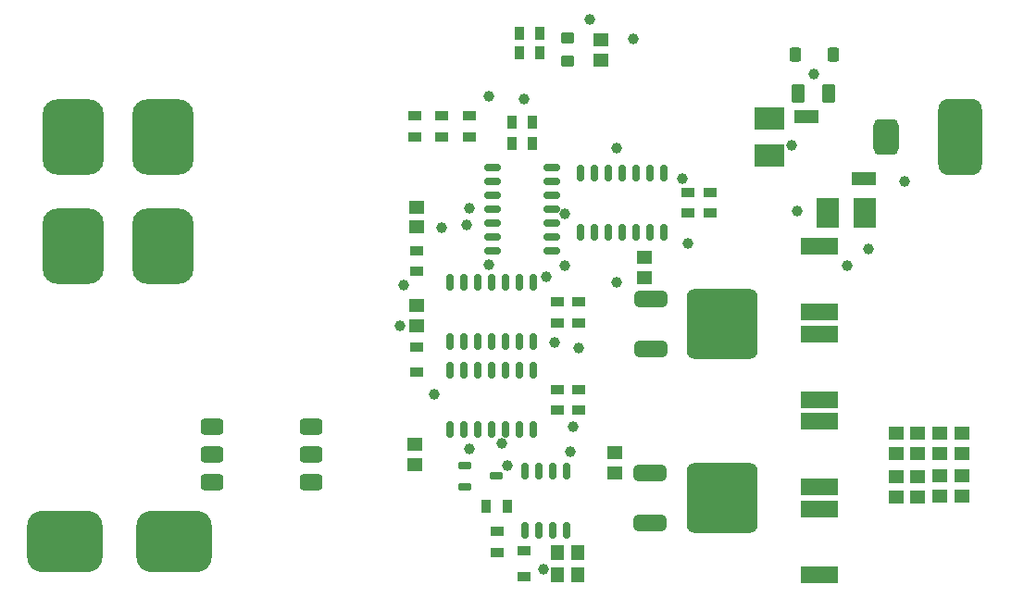
<source format=gtp>
G04*
G04 #@! TF.GenerationSoftware,Altium Limited,Altium Designer,22.11.1 (43)*
G04*
G04 Layer_Color=8421504*
%FSLAX44Y44*%
%MOMM*%
G71*
G04*
G04 #@! TF.SameCoordinates,71FBA96F-98A1-49F9-A78B-1FB66A7A07A6*
G04*
G04*
G04 #@! TF.FilePolarity,Positive*
G04*
G01*
G75*
G04:AMPARAMS|DCode=16|XSize=1.5mm|YSize=3mm|CornerRadius=0.375mm|HoleSize=0mm|Usage=FLASHONLY|Rotation=90.000|XOffset=0mm|YOffset=0mm|HoleType=Round|Shape=RoundedRectangle|*
%AMROUNDEDRECTD16*
21,1,1.5000,2.2500,0,0,90.0*
21,1,0.7500,3.0000,0,0,90.0*
1,1,0.7500,1.1250,0.3750*
1,1,0.7500,1.1250,-0.3750*
1,1,0.7500,-1.1250,-0.3750*
1,1,0.7500,-1.1250,0.3750*
%
%ADD16ROUNDEDRECTD16*%
G04:AMPARAMS|DCode=17|XSize=6.5mm|YSize=6.5mm|CornerRadius=0.8125mm|HoleSize=0mm|Usage=FLASHONLY|Rotation=0.000|XOffset=0mm|YOffset=0mm|HoleType=Round|Shape=RoundedRectangle|*
%AMROUNDEDRECTD17*
21,1,6.5000,4.8750,0,0,0.0*
21,1,4.8750,6.5000,0,0,0.0*
1,1,1.6250,2.4375,-2.4375*
1,1,1.6250,-2.4375,-2.4375*
1,1,1.6250,-2.4375,2.4375*
1,1,1.6250,2.4375,2.4375*
%
%ADD17ROUNDEDRECTD17*%
%ADD18R,1.3500X1.1500*%
%ADD19C,1.0000*%
%ADD20R,3.5000X1.5000*%
%ADD21R,0.9000X1.3000*%
G04:AMPARAMS|DCode=22|XSize=0.6mm|YSize=1.45mm|CornerRadius=0.15mm|HoleSize=0mm|Usage=FLASHONLY|Rotation=0.000|XOffset=0mm|YOffset=0mm|HoleType=Round|Shape=RoundedRectangle|*
%AMROUNDEDRECTD22*
21,1,0.6000,1.1500,0,0,0.0*
21,1,0.3000,1.4500,0,0,0.0*
1,1,0.3000,0.1500,-0.5750*
1,1,0.3000,-0.1500,-0.5750*
1,1,0.3000,-0.1500,0.5750*
1,1,0.3000,0.1500,0.5750*
%
%ADD22ROUNDEDRECTD22*%
%ADD23R,1.3000X0.9000*%
G04:AMPARAMS|DCode=24|XSize=0.65mm|YSize=1.25mm|CornerRadius=0.1625mm|HoleSize=0mm|Usage=FLASHONLY|Rotation=90.000|XOffset=0mm|YOffset=0mm|HoleType=Round|Shape=RoundedRectangle|*
%AMROUNDEDRECTD24*
21,1,0.6500,0.9250,0,0,90.0*
21,1,0.3250,1.2500,0,0,90.0*
1,1,0.3250,0.4625,0.1625*
1,1,0.3250,0.4625,-0.1625*
1,1,0.3250,-0.4625,-0.1625*
1,1,0.3250,-0.4625,0.1625*
%
%ADD24ROUNDEDRECTD24*%
G04:AMPARAMS|DCode=25|XSize=0.6mm|YSize=1.55mm|CornerRadius=0.15mm|HoleSize=0mm|Usage=FLASHONLY|Rotation=0.000|XOffset=0mm|YOffset=0mm|HoleType=Round|Shape=RoundedRectangle|*
%AMROUNDEDRECTD25*
21,1,0.6000,1.2500,0,0,0.0*
21,1,0.3000,1.5500,0,0,0.0*
1,1,0.3000,0.1500,-0.6250*
1,1,0.3000,-0.1500,-0.6250*
1,1,0.3000,-0.1500,0.6250*
1,1,0.3000,0.1500,0.6250*
%
%ADD25ROUNDEDRECTD25*%
G04:AMPARAMS|DCode=26|XSize=1.5mm|YSize=2.1mm|CornerRadius=0.375mm|HoleSize=0mm|Usage=FLASHONLY|Rotation=90.000|XOffset=0mm|YOffset=0mm|HoleType=Round|Shape=RoundedRectangle|*
%AMROUNDEDRECTD26*
21,1,1.5000,1.3500,0,0,90.0*
21,1,0.7500,2.1000,0,0,90.0*
1,1,0.7500,0.6750,0.3750*
1,1,0.7500,0.6750,-0.3750*
1,1,0.7500,-0.6750,-0.3750*
1,1,0.7500,-0.6750,0.3750*
%
%ADD26ROUNDEDRECTD26*%
%ADD27R,2.0000X2.8000*%
G04:AMPARAMS|DCode=28|XSize=3.3mm|YSize=2.3mm|CornerRadius=0.575mm|HoleSize=0mm|Usage=FLASHONLY|Rotation=270.000|XOffset=0mm|YOffset=0mm|HoleType=Round|Shape=RoundedRectangle|*
%AMROUNDEDRECTD28*
21,1,3.3000,1.1500,0,0,270.0*
21,1,2.1500,2.3000,0,0,270.0*
1,1,1.1500,-0.5750,-1.0750*
1,1,1.1500,-0.5750,1.0750*
1,1,1.1500,0.5750,1.0750*
1,1,1.1500,0.5750,-1.0750*
%
%ADD28ROUNDEDRECTD28*%
G04:AMPARAMS|DCode=29|XSize=7mm|YSize=4mm|CornerRadius=1mm|HoleSize=0mm|Usage=FLASHONLY|Rotation=270.000|XOffset=0mm|YOffset=0mm|HoleType=Round|Shape=RoundedRectangle|*
%AMROUNDEDRECTD29*
21,1,7.0000,2.0000,0,0,270.0*
21,1,5.0000,4.0000,0,0,270.0*
1,1,2.0000,-1.0000,-2.5000*
1,1,2.0000,-1.0000,2.5000*
1,1,2.0000,1.0000,2.5000*
1,1,2.0000,1.0000,-2.5000*
%
%ADD29ROUNDEDRECTD29*%
G04:AMPARAMS|DCode=30|XSize=1.3mm|YSize=1.1mm|CornerRadius=0.275mm|HoleSize=0mm|Usage=FLASHONLY|Rotation=90.000|XOffset=0mm|YOffset=0mm|HoleType=Round|Shape=RoundedRectangle|*
%AMROUNDEDRECTD30*
21,1,1.3000,0.5500,0,0,90.0*
21,1,0.7500,1.1000,0,0,90.0*
1,1,0.5500,0.2750,0.3750*
1,1,0.5500,0.2750,-0.3750*
1,1,0.5500,-0.2750,-0.3750*
1,1,0.5500,-0.2750,0.3750*
%
%ADD30ROUNDEDRECTD30*%
G04:AMPARAMS|DCode=31|XSize=1.75mm|YSize=1.25mm|CornerRadius=0.3125mm|HoleSize=0mm|Usage=FLASHONLY|Rotation=270.000|XOffset=0mm|YOffset=0mm|HoleType=Round|Shape=RoundedRectangle|*
%AMROUNDEDRECTD31*
21,1,1.7500,0.6250,0,0,270.0*
21,1,1.1250,1.2500,0,0,270.0*
1,1,0.6250,-0.3125,-0.5625*
1,1,0.6250,-0.3125,0.5625*
1,1,0.6250,0.3125,0.5625*
1,1,0.6250,0.3125,-0.5625*
%
%ADD31ROUNDEDRECTD31*%
%ADD32R,2.2000X1.3000*%
%ADD33R,2.8000X2.0000*%
G04:AMPARAMS|DCode=34|XSize=1.2mm|YSize=1.1mm|CornerRadius=0.275mm|HoleSize=0mm|Usage=FLASHONLY|Rotation=0.000|XOffset=0mm|YOffset=0mm|HoleType=Round|Shape=RoundedRectangle|*
%AMROUNDEDRECTD34*
21,1,1.2000,0.5500,0,0,0.0*
21,1,0.6500,1.1000,0,0,0.0*
1,1,0.5500,0.3250,-0.2750*
1,1,0.5500,-0.3250,-0.2750*
1,1,0.5500,-0.3250,0.2750*
1,1,0.5500,0.3250,0.2750*
%
%ADD34ROUNDEDRECTD34*%
G04:AMPARAMS|DCode=35|XSize=0.6mm|YSize=1.55mm|CornerRadius=0.15mm|HoleSize=0mm|Usage=FLASHONLY|Rotation=90.000|XOffset=0mm|YOffset=0mm|HoleType=Round|Shape=RoundedRectangle|*
%AMROUNDEDRECTD35*
21,1,0.6000,1.2500,0,0,90.0*
21,1,0.3000,1.5500,0,0,90.0*
1,1,0.3000,0.6250,0.1500*
1,1,0.3000,0.6250,-0.1500*
1,1,0.3000,-0.6250,-0.1500*
1,1,0.3000,-0.6250,0.1500*
%
%ADD35ROUNDEDRECTD35*%
%ADD36R,1.1500X1.3500*%
G04:AMPARAMS|DCode=37|XSize=5.6mm|YSize=6.9mm|CornerRadius=1.4mm|HoleSize=0mm|Usage=FLASHONLY|Rotation=270.000|XOffset=0mm|YOffset=0mm|HoleType=Round|Shape=RoundedRectangle|*
%AMROUNDEDRECTD37*
21,1,5.6000,4.1000,0,0,270.0*
21,1,2.8000,6.9000,0,0,270.0*
1,1,2.8000,-2.0500,-1.4000*
1,1,2.8000,-2.0500,1.4000*
1,1,2.8000,2.0500,1.4000*
1,1,2.8000,2.0500,-1.4000*
%
%ADD37ROUNDEDRECTD37*%
G04:AMPARAMS|DCode=38|XSize=5.6mm|YSize=6.9mm|CornerRadius=1.4mm|HoleSize=0mm|Usage=FLASHONLY|Rotation=180.000|XOffset=0mm|YOffset=0mm|HoleType=Round|Shape=RoundedRectangle|*
%AMROUNDEDRECTD38*
21,1,5.6000,4.1000,0,0,180.0*
21,1,2.8000,6.9000,0,0,180.0*
1,1,2.8000,-1.4000,2.0500*
1,1,2.8000,1.4000,2.0500*
1,1,2.8000,1.4000,-2.0500*
1,1,2.8000,-1.4000,-2.0500*
%
%ADD38ROUNDEDRECTD38*%
D16*
X595570Y272460D02*
D03*
Y226740D02*
D03*
X595320Y112860D02*
D03*
Y67140D02*
D03*
D17*
X661070Y249600D02*
D03*
X660820Y90000D02*
D03*
D18*
X562500Y113250D02*
D03*
Y131750D02*
D03*
X590000Y291500D02*
D03*
Y310000D02*
D03*
X380000Y139250D02*
D03*
Y120750D02*
D03*
X550000Y490750D02*
D03*
Y509250D02*
D03*
X381900Y247750D02*
D03*
Y266250D02*
D03*
Y356250D02*
D03*
Y337750D02*
D03*
X880000Y91500D02*
D03*
Y110000D02*
D03*
X860000Y91500D02*
D03*
Y110000D02*
D03*
X840000Y90750D02*
D03*
Y109250D02*
D03*
X820000Y90750D02*
D03*
Y109250D02*
D03*
X840000Y130750D02*
D03*
Y149250D02*
D03*
X820000Y130750D02*
D03*
Y149250D02*
D03*
X860000Y130750D02*
D03*
Y149250D02*
D03*
X880000Y130750D02*
D03*
Y149250D02*
D03*
D19*
X565000Y287500D02*
D03*
X775000Y302500D02*
D03*
X465000Y120000D02*
D03*
X497500Y25000D02*
D03*
X522500Y132500D02*
D03*
X530000Y227500D02*
D03*
X525000Y155000D02*
D03*
X460000Y140000D02*
D03*
X430000Y135000D02*
D03*
X448000Y303422D02*
D03*
X500000Y292500D02*
D03*
X517500Y302500D02*
D03*
Y350000D02*
D03*
X397500Y185000D02*
D03*
X366691Y247500D02*
D03*
X370000Y285000D02*
D03*
X405000Y337500D02*
D03*
X427500Y340000D02*
D03*
X430000Y355000D02*
D03*
X565000Y410000D02*
D03*
X629765Y322735D02*
D03*
X625000Y382500D02*
D03*
X795000Y317500D02*
D03*
X730000Y352500D02*
D03*
X725000Y412500D02*
D03*
X745000Y477500D02*
D03*
X580000Y510000D02*
D03*
X540000Y527500D02*
D03*
X447500Y457500D02*
D03*
X480000Y455000D02*
D03*
X507500Y232500D02*
D03*
X827500Y380000D02*
D03*
D20*
X750000Y180000D02*
D03*
Y20000D02*
D03*
Y160000D02*
D03*
Y100000D02*
D03*
Y260000D02*
D03*
Y320000D02*
D03*
Y80000D02*
D03*
Y240000D02*
D03*
D21*
X475500Y515000D02*
D03*
X494500D02*
D03*
Y497500D02*
D03*
X475500D02*
D03*
X464500Y82500D02*
D03*
X445500D02*
D03*
X487750Y434250D02*
D03*
X468750D02*
D03*
Y414250D02*
D03*
X487750D02*
D03*
D22*
X480950Y60250D02*
D03*
X493650D02*
D03*
X506350D02*
D03*
X519050D02*
D03*
X480950Y114750D02*
D03*
X493650D02*
D03*
X506350D02*
D03*
X519050D02*
D03*
D23*
X455000Y59500D02*
D03*
Y40500D02*
D03*
X650000Y369500D02*
D03*
Y350500D02*
D03*
X630000D02*
D03*
Y369500D02*
D03*
X530000Y269500D02*
D03*
Y250500D02*
D03*
X510000D02*
D03*
Y269500D02*
D03*
X530000Y189500D02*
D03*
Y170500D02*
D03*
X510000D02*
D03*
Y189500D02*
D03*
X381900Y205500D02*
D03*
Y228500D02*
D03*
Y297500D02*
D03*
Y316500D02*
D03*
X480000Y41500D02*
D03*
Y18500D02*
D03*
X379998Y420499D02*
D03*
Y439500D02*
D03*
X404998Y420499D02*
D03*
Y439500D02*
D03*
X429998Y420499D02*
D03*
Y439500D02*
D03*
D24*
X454250Y110000D02*
D03*
X425750Y100500D02*
D03*
Y119500D02*
D03*
D25*
X475400Y287000D02*
D03*
X488100D02*
D03*
X462700D02*
D03*
X450000D02*
D03*
X437300D02*
D03*
X424600D02*
D03*
X411900D02*
D03*
X488100Y233000D02*
D03*
X475400D02*
D03*
X462700D02*
D03*
X450000D02*
D03*
X437300D02*
D03*
X424600D02*
D03*
X411900D02*
D03*
X488100Y207000D02*
D03*
X475400D02*
D03*
X462700D02*
D03*
X450000D02*
D03*
X437300D02*
D03*
X424600D02*
D03*
X411900D02*
D03*
X488100Y153000D02*
D03*
X475400D02*
D03*
X462700D02*
D03*
X450000D02*
D03*
X437300D02*
D03*
X424600D02*
D03*
X411900D02*
D03*
X595400Y387000D02*
D03*
X608100D02*
D03*
X582700D02*
D03*
X570000D02*
D03*
X557300D02*
D03*
X544600D02*
D03*
X531900D02*
D03*
X608100Y333000D02*
D03*
X595400D02*
D03*
X582700D02*
D03*
X570000D02*
D03*
X557300D02*
D03*
X544600D02*
D03*
X531900D02*
D03*
D26*
X285500Y104600D02*
D03*
Y130000D02*
D03*
Y155400D02*
D03*
X194500Y104600D02*
D03*
Y130000D02*
D03*
Y155400D02*
D03*
D27*
X757750Y350500D02*
D03*
X791250D02*
D03*
D28*
X811000Y420000D02*
D03*
D29*
X879000D02*
D03*
D30*
X763000Y495500D02*
D03*
X728000D02*
D03*
D31*
X730250Y460500D02*
D03*
X758750D02*
D03*
D32*
X790933Y382183D02*
D03*
X738000Y438750D02*
D03*
D33*
X704500Y403750D02*
D03*
Y437250D02*
D03*
D34*
X520000Y510500D02*
D03*
Y489500D02*
D03*
D35*
X505250Y316150D02*
D03*
Y328850D02*
D03*
Y341550D02*
D03*
Y354250D02*
D03*
Y366950D02*
D03*
Y379650D02*
D03*
Y392350D02*
D03*
X451250Y316150D02*
D03*
Y328850D02*
D03*
Y341550D02*
D03*
Y354250D02*
D03*
Y366950D02*
D03*
Y392350D02*
D03*
Y379650D02*
D03*
D36*
X510750Y40000D02*
D03*
X529250D02*
D03*
X510750Y20000D02*
D03*
X529250D02*
D03*
D37*
X60268Y50000D02*
D03*
X160268D02*
D03*
D38*
X150000Y420000D02*
D03*
Y320000D02*
D03*
X67300D02*
D03*
Y420000D02*
D03*
M02*

</source>
